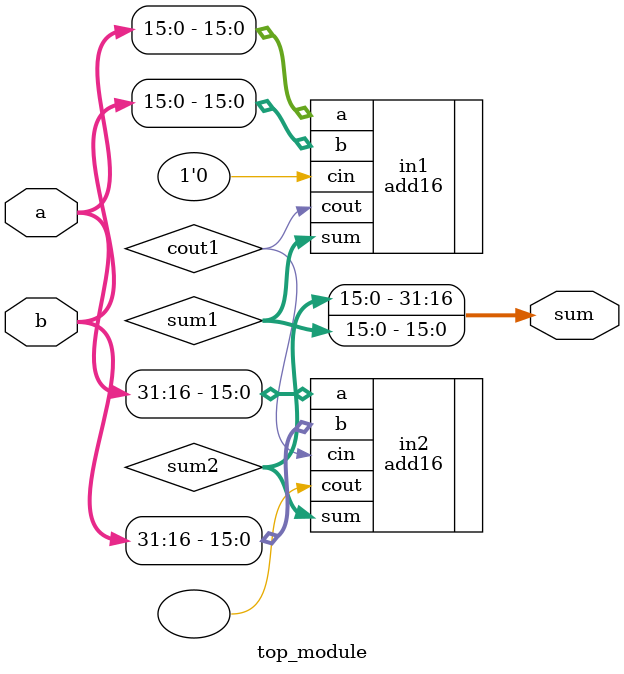
<source format=v>

module top_module(
    input [31:0] a,
    input [31:0] b,
    output [31:0] sum
);
    wire [15:0] sum1,sum2;
    wire cout1;
    add16 in1(.a(a[15:0]),.b(b[15:0]),.cin(1'b0),.sum(sum1),.cout(cout1));
    add16 in2(.a(a[31:16]),.b(b[31:16]),.cin(cout1),.sum(sum2),.cout());
    assign sum = {sum2,sum1};
endmodule

</source>
